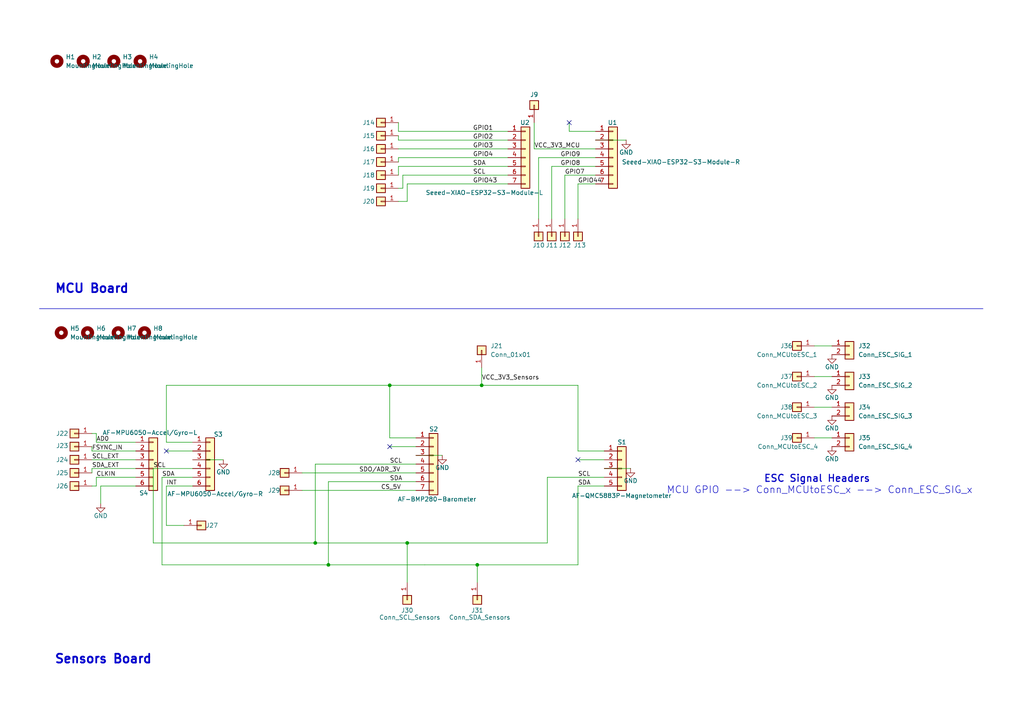
<source format=kicad_sch>
(kicad_sch (version 20250114) (generator "eeschema") (generator_version "9.0")
  (paper "A4")
  (lib_symbols
    (symbol "Connector_Generic:Conn_01x01" (pin_names (offset 1.016) (hide yes))
      (property "Reference" "J" (at 0 2.54 0))
      (property "Value" "Conn_01x01" (at 0 -2.54 0))
      (symbol "Conn_01x01_1_1"
        (rectangle (start -1.27 1.27) (end 1.27 -1.27) (stroke (width 0.254)) (fill (type background)))
        (rectangle (start -1.27 0.127) (end 0 -0.127) (stroke (width 0.1524)))
        (pin passive line (at -5.08 0 0) (length 3.81) (name "Pin_1") (number "1"))
      )
    )
    (symbol "Connector_Generic:Conn_01x02" (pin_names (offset 1.016) (hide yes))
      (property "Reference" "J" (at 0 2.54 0))
      (property "Value" "Conn_01x02" (at 0 -5.08 0))
      (symbol "Conn_01x02_1_1"
        (rectangle (start -1.27 1.27) (end 1.27 -3.81) (stroke (width 0.254)) (fill (type background)))
        (rectangle (start -1.27 0.127) (end 0 -0.127) (stroke (width 0.1524)))
        (rectangle (start -1.27 -2.413) (end 0 -2.667) (stroke (width 0.1524)))
        (pin passive line (at -5.08 0 0) (length 3.81) (name "Pin_1") (number "1"))
        (pin passive line (at -5.08 -2.54 0) (length 3.81) (name "Pin_2") (number "2"))
      )
    )
    (symbol "Connector_Generic:Conn_01x05" (pin_names (offset 1.016) (hide yes))
      (property "Reference" "J" (at 0 7.62 0))
      (property "Value" "Conn_01x05" (at 0 -7.62 0))
      (symbol "Conn_01x05_1_1"
        (rectangle (start -1.27 6.35) (end 1.27 -6.35) (stroke (width 0.254)) (fill (type background)))
        (rectangle (start -1.27 5.207) (end 0 4.953) (stroke (width 0.1524)))
        (rectangle (start -1.27 2.667) (end 0 2.413) (stroke (width 0.1524)))
        (rectangle (start -1.27 0.127) (end 0 -0.127) (stroke (width 0.1524)))
        (rectangle (start -1.27 -2.413) (end 0 -2.667) (stroke (width 0.1524)))
        (rectangle (start -1.27 -4.953) (end 0 -5.207) (stroke (width 0.1524)))
        (pin passive line (at -5.08 5.08 0) (length 3.81) (name "Pin_1") (number "1"))
        (pin passive line (at -5.08 2.54 0) (length 3.81) (name "Pin_2") (number "2"))
        (pin passive line (at -5.08 0 0) (length 3.81) (name "Pin_3") (number "3"))
        (pin passive line (at -5.08 -2.54 0) (length 3.81) (name "Pin_4") (number "4"))
        (pin passive line (at -5.08 -5.08 0) (length 3.81) (name "Pin_5") (number "5"))
      )
    )
    (symbol "Connector_Generic:Conn_01x06" (pin_names (offset 1.016) (hide yes))
      (property "Reference" "J" (at 0 7.62 0))
      (property "Value" "Conn_01x06" (at 0 -10.16 0))
      (symbol "Conn_01x06_1_1"
        (rectangle (start -1.27 6.35) (end 1.27 -8.89) (stroke (width 0.254)) (fill (type background)))
        (rectangle (start -1.27 5.207) (end 0 4.953) (stroke (width 0.1524)))
        (rectangle (start -1.27 2.667) (end 0 2.413) (stroke (width 0.1524)))
        (rectangle (start -1.27 0.127) (end 0 -0.127) (stroke (width 0.1524)))
        (rectangle (start -1.27 -2.413) (end 0 -2.667) (stroke (width 0.1524)))
        (rectangle (start -1.27 -4.953) (end 0 -5.207) (stroke (width 0.1524)))
        (rectangle (start -1.27 -7.493) (end 0 -7.747) (stroke (width 0.1524)))
        (pin passive line (at -5.08 5.08 0) (length 3.81) (name "Pin_1") (number "1"))
        (pin passive line (at -5.08 2.54 0) (length 3.81) (name "Pin_2") (number "2"))
        (pin passive line (at -5.08 0 0) (length 3.81) (name "Pin_3") (number "3"))
        (pin passive line (at -5.08 -2.54 0) (length 3.81) (name "Pin_4") (number "4"))
        (pin passive line (at -5.08 -5.08 0) (length 3.81) (name "Pin_5") (number "5"))
        (pin passive line (at -5.08 -7.62 0) (length 3.81) (name "Pin_6") (number "6"))
      )
    )
    (symbol "Connector_Generic:Conn_01x07" (pin_names (offset 1.016) (hide yes))
      (property "Reference" "J" (at 0 10.16 0))
      (property "Value" "Conn_01x07" (at 0 -10.16 0))
      (symbol "Conn_01x07_1_1"
        (rectangle (start -1.27 8.89) (end 1.27 -8.89) (stroke (width 0.254)) (fill (type background)))
        (rectangle (start -1.27 7.747) (end 0 7.493) (stroke (width 0.1524)))
        (rectangle (start -1.27 5.207) (end 0 4.953) (stroke (width 0.1524)))
        (rectangle (start -1.27 2.667) (end 0 2.413) (stroke (width 0.1524)))
        (rectangle (start -1.27 0.127) (end 0 -0.127) (stroke (width 0.1524)))
        (rectangle (start -1.27 -2.413) (end 0 -2.667) (stroke (width 0.1524)))
        (rectangle (start -1.27 -4.953) (end 0 -5.207) (stroke (width 0.1524)))
        (rectangle (start -1.27 -7.493) (end 0 -7.747) (stroke (width 0.1524)))
        (pin passive line (at -5.08 7.62 0) (length 3.81) (name "Pin_1") (number "1"))
        (pin passive line (at -5.08 5.08 0) (length 3.81) (name "Pin_2") (number "2"))
        (pin passive line (at -5.08 2.54 0) (length 3.81) (name "Pin_3") (number "3"))
        (pin passive line (at -5.08 0 0) (length 3.81) (name "Pin_4") (number "4"))
        (pin passive line (at -5.08 -2.54 0) (length 3.81) (name "Pin_5") (number "5"))
        (pin passive line (at -5.08 -5.08 0) (length 3.81) (name "Pin_6") (number "6"))
        (pin passive line (at -5.08 -7.62 0) (length 3.81) (name "Pin_7") (number "7"))
      )
    )
    (symbol "Mechanical:MountingHole" (pin_names (offset 1.016)) (in_bom no)
      (property "Reference" "H" (at 0 5.08 0))
      (property "Value" "MountingHole" (at 0 3.175 0))
      (symbol "MountingHole_0_1"
        (circle (center 0 0) (radius 1.27) (stroke (width 1.27)))
      )
    )
    (symbol "power:GND" (power) (pin_numbers (hide yes)) (pin_names (offset 0) (hide yes))
      (property "Value" "GND" (at 0 -3.81 0))
      (symbol "GND_0_1"
        (polyline (pts (xy 0 0) (xy 0 -1.27) (xy 1.27 -1.27) (xy 0 -2.54) (xy -1.27 -1.27) (xy 0 -1.27)))
      )
      (symbol "GND_1_1"
        (pin power_in line (at 0 0 270) (length 0) (name "~") (number "1"))
      )
    )
  )
  (text "Sensors Board" (at 29.972 191.262 0) (effects (font (size 2.54 2.54) (thickness 0.508) (bold yes))))
  (text "MCU Board" (at 26.67 83.82 0) (effects (font (size 2.54 2.54) (thickness 0.508) (bold yes))))
  (text "ESC Signal Headers\n" (at 236.982 138.938 0) (effects (font (size 2.032 2.032) (thickness 0.3175))))
  (text "MCU GPIO --> Conn_MCUtoESC_x --> Conn_ESC_SIG_x " (at 238.506 142.24 0) (effects (font (size 2.032 2.032))))
  (junction (at 139.7 111.76))
  (junction (at 113.03 111.76))
  (junction (at 118.11 157.48))
  (junction (at 91.44 157.48))
  (junction (at 95.25 163.83))
  (junction (at 138.43 163.83))
  (no_connect (at 165.1 35.56))
  (no_connect (at 113.03 129.54))
  (no_connect (at 167.64 133.35))
  (no_connect (at 48.26 130.81))
  (wire (pts (xy 158.75 138.43) (xy 158.75 157.48)) (stroke (width 0.1524)))
  (wire (pts (xy 167.64 140.97) (xy 167.64 163.83)) (stroke (width 0.1524)))
  (wire (pts (xy 55.88 130.81) (xy 48.26 130.81)) (stroke (width 0.1524)))
  (wire (pts (xy 87.63 137.16) (xy 120.65 137.16)) (stroke (width 0.1524)))
  (wire (pts (xy 167.64 53.34) (xy 167.64 63.5)) (stroke (width 0.1524)))
  (wire (pts (xy 175.26 140.97) (xy 167.64 140.97)) (stroke (width 0.1524)))
  (wire (pts (xy 113.03 111.76) (xy 113.03 127)) (stroke (width 0.1524)))
  (wire (pts (xy 115.57 40.64) (xy 147.32 40.64)) (stroke (width 0.1524)))
  (wire (pts (xy 165.1 38.1) (xy 165.1 35.56)) (stroke (width 0.1524)))
  (wire (pts (xy 46.99 163.83) (xy 95.25 163.83)) (stroke (width 0.1524)))
  (wire (pts (xy 115.57 46.99) (xy 115.57 45.72)))
  (wire (pts (xy 26.67 135.89) (xy 39.37 135.89)) (stroke (width 0.1524)))
  (wire (pts (xy 115.57 48.26) (xy 147.32 48.26)) (stroke (width 0.1524)))
  (wire (pts (xy 115.57 35.56) (xy 115.57 38.1)) (stroke (width 0.1524)))
  (wire (pts (xy 160.02 63.5) (xy 160.02 48.26)) (stroke (width 0.1524)))
  (wire (pts (xy 154.94 43.18) (xy 172.72 43.18)) (stroke (width 0.1524)))
  (wire (pts (xy 118.11 157.48) (xy 118.11 168.91)))
  (wire (pts (xy 39.37 140.97) (xy 29.21 140.97)) (stroke (width 0.1524)))
  (wire (pts (xy 115.57 43.18) (xy 147.32 43.18)) (stroke (width 0.1524)))
  (wire (pts (xy 118.11 53.34) (xy 118.11 58.42)) (stroke (width 0.1524)))
  (wire (pts (xy 44.45 135.89) (xy 44.45 157.48)) (stroke (width 0.1524)))
  (wire (pts (xy 46.99 138.43) (xy 46.99 163.83)) (stroke (width 0.1524)))
  (wire (pts (xy 138.43 163.83) (xy 138.43 168.91)))
  (wire (pts (xy 172.72 50.8) (xy 163.83 50.8)) (stroke (width 0.1524)))
  (wire (pts (xy 175.26 133.35) (xy 167.64 133.35)) (stroke (width 0.1524)))
  (wire (pts (xy 156.21 45.72) (xy 172.72 45.72)) (stroke (width 0.1524)))
  (wire (pts (xy 91.44 134.62) (xy 91.44 157.48)) (stroke (width 0.1524)))
  (wire (pts (xy 167.64 111.76) (xy 167.64 130.81)) (stroke (width 0.1524)))
  (wire (pts (xy 156.21 63.5) (xy 156.21 45.72)) (stroke (width 0.1524)))
  (wire (pts (xy 116.84 54.61) (xy 116.84 50.8)) (stroke (width 0.1524)))
  (wire (pts (xy 26.67 130.81) (xy 26.67 129.54)))
  (wire (pts (xy 172.72 38.1) (xy 165.1 38.1)) (stroke (width 0.1524)))
  (wire (pts (xy 115.57 54.61) (xy 116.84 54.61)) (stroke (width 0.1524)))
  (wire (pts (xy 48.26 111.76) (xy 113.03 111.76)) (stroke (width 0.1524)))
  (wire (pts (xy 120.65 129.54) (xy 113.03 129.54)) (stroke (width 0.1524)))
  (wire (pts (xy 116.84 50.8) (xy 147.32 50.8)) (stroke (width 0.1524)))
  (wire (pts (xy 139.7 111.76) (xy 167.64 111.76)) (stroke (width 0.1524)))
  (wire (pts (xy 175.26 135.89) (xy 182.88 135.89)) (stroke (width 0.1524)))
  (wire (pts (xy 123.19 163.83) (xy 138.43 163.83)))
  (wire (pts (xy 55.88 140.97) (xy 48.26 140.97)) (stroke (width 0.1524)))
  (wire (pts (xy 172.72 53.34) (xy 167.64 53.34)) (stroke (width 0.1524)))
  (wire (pts (xy 48.26 152.4) (xy 53.34 152.4)) (stroke (width 0.1524)))
  (wire (pts (xy 27.94 128.27) (xy 39.37 128.27)) (stroke (width 0.1524)))
  (wire (pts (xy 26.67 133.35) (xy 39.37 133.35)) (stroke (width 0.1524)))
  (wire (pts (xy 48.26 140.97) (xy 48.26 152.4)) (stroke (width 0.1524)))
  (wire (pts (xy 27.94 140.97) (xy 26.67 140.97)) (stroke (width 0.1524)))
  (wire (pts (xy 95.25 139.7) (xy 120.65 139.7)) (stroke (width 0.1524)))
  (wire (pts (xy 87.63 142.24) (xy 120.65 142.24)) (stroke (width 0.1524)))
  (wire (pts (xy 115.57 38.1) (xy 147.32 38.1)) (stroke (width 0.1524)))
  (wire (pts (xy 160.02 48.26) (xy 172.72 48.26)) (stroke (width 0.1524)))
  (wire (pts (xy 55.88 138.43) (xy 46.99 138.43)) (stroke (width 0.1524)))
  (wire (pts (xy 236.22 109.22) (xy 241.3 109.22)))
  (wire (pts (xy 138.43 163.83) (xy 167.64 163.83)) (stroke (width 0.1524)))
  (wire (pts (xy 26.67 137.16) (xy 26.67 135.89)))
  (wire (pts (xy 95.25 163.83) (xy 123.19 163.83)) (stroke (width 0.1524)))
  (wire (pts (xy 91.44 134.62) (xy 120.65 134.62)) (stroke (width 0.1524)))
  (wire (pts (xy 48.26 111.76) (xy 48.26 128.27)) (stroke (width 0.1524)))
  (wire (pts (xy 55.88 128.27) (xy 48.26 128.27)) (stroke (width 0.1524)))
  (wire (pts (xy 55.88 133.35) (xy 64.77 133.35)) (stroke (width 0.1524)))
  (wire (pts (xy 120.65 127) (xy 113.03 127)) (stroke (width 0.1524)))
  (wire (pts (xy 26.67 125.73) (xy 27.94 125.73)) (stroke (width 0.1524)))
  (wire (pts (xy 139.7 106.68) (xy 139.7 111.76)) (stroke (width 0.1524)))
  (wire (pts (xy 118.11 53.34) (xy 147.32 53.34)) (stroke (width 0.1524)))
  (wire (pts (xy 113.03 111.76) (xy 139.7 111.76)) (stroke (width 0.1524)))
  (polyline (pts (xy 11.43 89.535) (xy 285.115 89.535)))
  (wire (pts (xy 39.37 130.81) (xy 26.67 130.81)))
  (wire (pts (xy 158.75 138.43) (xy 175.26 138.43)) (stroke (width 0.1524)))
  (wire (pts (xy 175.26 130.81) (xy 167.64 130.81)) (stroke (width 0.1524)))
  (wire (pts (xy 236.22 127) (xy 241.3 127)))
  (wire (pts (xy 27.94 138.43) (xy 39.37 138.43)) (stroke (width 0.1524)))
  (wire (pts (xy 27.94 140.97) (xy 27.94 138.43)) (stroke (width 0.1524)))
  (wire (pts (xy 55.88 135.89) (xy 44.45 135.89)) (stroke (width 0.1524)))
  (wire (pts (xy 120.65 132.08) (xy 128.27 132.08)) (stroke (width 0.1524)))
  (wire (pts (xy 115.57 45.72) (xy 147.32 45.72)))
  (wire (pts (xy 118.11 157.48) (xy 158.75 157.48)) (stroke (width 0.1524)))
  (wire (pts (xy 29.21 140.97) (xy 29.21 146.05)) (stroke (width 0.1524)))
  (wire (pts (xy 163.83 50.8) (xy 163.83 63.5)) (stroke (width 0.1524)))
  (wire (pts (xy 236.22 118.11) (xy 241.3 118.11)))
  (wire (pts (xy 115.57 39.37) (xy 115.57 40.64)) (stroke (width 0.1524)))
  (wire (pts (xy 172.72 40.64) (xy 181.61 40.64)) (stroke (width 0.1524)))
  (wire (pts (xy 154.94 35.56) (xy 154.94 43.18)) (stroke (width 0.1524)))
  (wire (pts (xy 236.22 100.33) (xy 241.3 100.33)))
  (wire (pts (xy 91.44 157.48) (xy 118.11 157.48)) (stroke (width 0.1524)))
  (wire (pts (xy 115.57 50.8) (xy 115.57 48.26)) (stroke (width 0.1524)))
  (wire (pts (xy 44.45 157.48) (xy 91.44 157.48)) (stroke (width 0.1524)))
  (wire (pts (xy 118.11 58.42) (xy 115.57 58.42)) (stroke (width 0.1524)))
  (wire (pts (xy 27.94 125.73) (xy 27.94 128.27)) (stroke (width 0.1524)))
  (wire (pts (xy 95.25 139.7) (xy 95.25 163.83)) (stroke (width 0.1524)))
  (label "SCL" (at 113.03 134.62 0) (effects (font (size 1.2446 1.2446))))
  (label "SCL" (at 44.45 135.89 0) (effects (font (size 1.2446 1.2446))))
  (label "INT" (at 48.26 140.97 0) (effects (font (size 1.2446 1.2446))))
  (label "SCL_EXT" (at 26.67 133.35 0) (effects (font (size 1.2446 1.2446))))
  (label "GPIO3" (at 137.16 43.18 0))
  (label "GPIO44" (at 167.64 53.34 0) (effects (font (size 1.2446 1.2446))))
  (label "AD0" (at 27.94 128.27 0) (effects (font (size 1.2446 1.2446))))
  (label "GPIO4" (at 137.16 45.72 0))
  (label "SCL" (at 137.16 50.8 0))
  (label "CLKIN" (at 27.94 138.43 0) (effects (font (size 1.2446 1.2446))))
  (label "SDA_EXT" (at 26.67 135.89 0) (effects (font (size 1.2446 1.2446))))
  (label "FSYNC_IN" (at 26.67 130.81 0) (effects (font (size 1.2446 1.2446))))
  (label "GPIO1" (at 137.16 38.1 0))
  (label "VCC_3V3_Sensors" (at 139.7 110.49 0))
  (label "GPIO43" (at 137.16 53.34 0))
  (label "SDA" (at 167.64 140.97 0) (effects (font (size 1.2446 1.2446))))
  (label "GPIO9" (at 162.56 45.72 0) (effects (font (size 1.2446 1.2446))))
  (label "GPIO7" (at 163.83 50.8 0) (effects (font (size 1.2446 1.2446))))
  (label "SDA" (at 46.99 138.43 0) (effects (font (size 1.2446 1.2446))))
  (label "SDA" (at 137.16 48.26 0))
  (label "SCL" (at 167.64 138.43 0) (effects (font (size 1.2446 1.2446))))
  (label "SDA" (at 113.03 139.7 0) (effects (font (size 1.2446 1.2446))))
  (label "GPIO8" (at 162.56 48.26 0) (effects (font (size 1.2446 1.2446))))
  (label "GPIO2" (at 137.16 40.64 0))
  (label "CS_5V" (at 110.49 142.24 0) (effects (font (size 1.2446 1.2446))))
  (label "SDO/ADR_3V" (at 104.14 137.16 0) (effects (font (size 1.2446 1.2446))))
  (label "VCC_3V3_MCU" (at 154.94 43.18 0))
  (symbol (lib_id "Connector_Generic:Conn_01x01") (at 110.49 35.56 180) (unit 1)
    (property "Reference" "J14" (at 106.934 35.56 0))
    (property "Value" "Conn_01x01" (effects (hide yes)))
    (property "Footprint" "Connector_Wire:SolderWire-0.1sqmm_1x01_D0.4mm_OD1mm" (effects (hide yes)))
    (property "Description" "Generic connector, single row, 01x01, script generated (kicad-library-utils/schlib/autogen/connector/)" (effects (hide yes)))
  )
  (symbol (lib_id "Connector_Generic:Conn_01x02") (at 246.38 127 0) (unit 1)
    (property "Reference" "J35" (at 248.92 126.9999 0) (effects (justify left)))
    (property "Value" "Conn_ESC_SIG_4" (at 248.92 129.5399 0) (effects (justify left)))
    (property "Footprint" "Connector_Wire:SolderWire-0.1sqmm_1x02_P3.6mm_D0.4mm_OD1mm" (effects (hide yes)))
    (property "Description" "Generic connector, single row, 01x02, script generated (kicad-library-utils/schlib/autogen/connector/)" (effects (hide yes)))
  )
  (symbol (lib_id "Mechanical:MountingHole") (at 17.78 96.52 0) (unit 1) (in_bom no)
    (property "Reference" "H5" (at 20.32 95.2499 0) (effects (justify left)))
    (property "Value" "MountingHole" (at 20.32 97.7899 0) (effects (justify left)))
    (property "Footprint" "MountingHole:MountingHole_3.2mm_M3_ISO14580_Pad_TopOnly" (effects (hide yes)))
    (property "Description" "Mounting Hole without connection" (effects (hide yes)))
  )
  (symbol (lib_id "Connector_Generic:Conn_01x01") (at 138.43 173.99 270) (unit 1)
    (property "Reference" "J31" (at 138.43 177.038 90))
    (property "Value" "Conn_SDA_Sensors" (at 148.082 179.07 90) (effects (justify right)))
    (property "Footprint" "Connector_Wire:SolderWire-0.1sqmm_1x01_D0.4mm_OD1mm" (effects (hide yes)))
    (property "Description" "Generic connector, single row, 01x01, script generated (kicad-library-utils/schlib/autogen/connector/)" (effects (hide yes)))
  )
  (symbol (lib_id "power:GND") (at 241.3 111.76 0) (unit 1)
    (property "Reference" "#PWR013" (effects (hide yes)))
    (property "Value" "GND" (at 241.3 115.316 0))
    (property "Description" "Power symbol creates a global label with name \"GND\" , ground" (effects (hide yes)))
  )
  (symbol (lib_id "Connector_Generic:Conn_01x01") (at 21.59 133.35 180) (unit 1)
    (property "Reference" "J24" (at 18.034 133.35 0))
    (property "Value" "Conn_01x01" (effects (hide yes)))
    (property "Footprint" "Connector_Wire:SolderWire-0.1sqmm_1x01_D0.4mm_OD1mm" (effects (hide yes)))
    (property "Description" "Generic connector, single row, 01x01, script generated (kicad-library-utils/schlib/autogen/connector/)" (effects (hide yes)))
  )
  (symbol (lib_id "Connector_Generic:Conn_01x01") (at 110.49 46.99 180) (unit 1)
    (property "Reference" "J17" (at 106.934 46.99 0))
    (property "Value" "Conn_01x01" (effects (hide yes)))
    (property "Footprint" "Connector_Wire:SolderWire-0.1sqmm_1x01_D0.4mm_OD1mm" (effects (hide yes)))
    (property "Description" "Generic connector, single row, 01x01, script generated (kicad-library-utils/schlib/autogen/connector/)" (effects (hide yes)))
  )
  (symbol (lib_id "Connector_Generic:Conn_01x02") (at 246.38 109.22 0) (unit 1)
    (property "Reference" "J33" (at 248.92 109.2199 0) (effects (justify left)))
    (property "Value" "Conn_ESC_SIG_2" (at 248.92 111.7599 0) (effects (justify left)))
    (property "Footprint" "Connector_Wire:SolderWire-0.1sqmm_1x02_P3.6mm_D0.4mm_OD1mm" (effects (hide yes)))
    (property "Description" "Generic connector, single row, 01x02, script generated (kicad-library-utils/schlib/autogen/connector/)" (effects (hide yes)))
  )
  (symbol (lib_id "Connector_Generic:Conn_01x01") (at 231.14 127 180) (unit 1)
    (property "Reference" "J39" (at 228.092 127 0))
    (property "Value" "Conn_MCUtoESC_4" (at 219.71 129.54 0) (effects (justify right)))
    (property "Footprint" "Connector_Wire:SolderWire-0.1sqmm_1x01_D0.4mm_OD1mm" (effects (hide yes)))
    (property "Description" "Generic connector, single row, 01x01, script generated (kicad-library-utils/schlib/autogen/connector/)" (effects (hide yes)))
  )
  (symbol (lib_id "Mechanical:MountingHole") (at 34.29 96.52 0) (unit 1) (in_bom no)
    (property "Reference" "H7" (at 36.83 95.2499 0) (effects (justify left)))
    (property "Value" "MountingHole" (at 36.83 97.7899 0) (effects (justify left)))
    (property "Footprint" "MountingHole:MountingHole_3.2mm_M3_ISO14580_Pad_TopOnly" (effects (hide yes)))
    (property "Description" "Mounting Hole without connection" (effects (hide yes)))
  )
  (symbol (lib_id "Connector_Generic:Conn_01x01") (at 139.7 101.6 90) (unit 1)
    (property "Reference" "J21" (at 142.24 100.3299 90) (effects (justify right)))
    (property "Value" "Conn_01x01" (at 142.24 102.8699 90) (effects (justify right)))
    (property "Footprint" "Connector_Wire:SolderWire-0.1sqmm_1x01_D0.4mm_OD1mm" (effects (hide yes)))
    (property "Description" "Generic connector, single row, 01x01, script generated (kicad-library-utils/schlib/autogen/connector/)" (effects (hide yes)))
  )
  (symbol (lib_id "Connector_Generic:Conn_01x01") (at 82.55 142.24 180) (unit 1)
    (property "Reference" "J29" (at 79.502 142.24 0))
    (property "Value" "Conn_01x01" (effects (hide yes)))
    (property "Footprint" "Connector_Wire:SolderWire-0.1sqmm_1x01_D0.4mm_OD1mm" (effects (hide yes)))
    (property "Description" "Generic connector, single row, 01x01, script generated (kicad-library-utils/schlib/autogen/connector/)" (effects (hide yes)))
  )
  (symbol (lib_id "Connector_Generic:Conn_01x01") (at 21.59 125.73 180) (unit 1)
    (property "Reference" "J22" (at 18.034 125.73 0))
    (property "Value" "Conn_01x01" (effects (hide yes)))
    (property "Footprint" "Connector_Wire:SolderWire-0.1sqmm_1x01_D0.4mm_OD1mm" (effects (hide yes)))
    (property "Description" "Generic connector, single row, 01x01, script generated (kicad-library-utils/schlib/autogen/connector/)" (effects (hide yes)))
  )
  (symbol (lib_id "Connector_Generic:Conn_01x02") (at 246.38 100.33 0) (unit 1)
    (property "Reference" "J32" (at 248.92 100.3299 0) (effects (justify left)))
    (property "Value" "Conn_ESC_SIG_1" (at 248.92 102.8699 0) (effects (justify left)))
    (property "Footprint" "Connector_Wire:SolderWire-0.1sqmm_1x02_P3.6mm_D0.4mm_OD1mm" (effects (hide yes)))
    (property "Description" "Generic connector, single row, 01x02, script generated (kicad-library-utils/schlib/autogen/connector/)" (effects (hide yes)))
  )
  (symbol (lib_id "Mechanical:MountingHole") (at 24.13 17.78 0) (unit 1) (in_bom no)
    (property "Reference" "H2" (at 26.67 16.5099 0) (effects (justify left)))
    (property "Value" "MountingHole" (at 26.67 19.0499 0) (effects (justify left)))
    (property "Footprint" "MountingHole:MountingHole_3.2mm_M3_ISO14580_Pad_TopOnly" (effects (hide yes)))
    (property "Description" "Mounting Hole without connection" (effects (hide yes)))
  )
  (symbol (lib_id "power:GND") (at 241.3 102.87 0) (unit 1)
    (property "Reference" "#PWR014" (effects (hide yes)))
    (property "Value" "GND" (at 241.3 106.426 0))
    (property "Description" "Power symbol creates a global label with name \"GND\" , ground" (effects (hide yes)))
  )
  (symbol (lib_id "power:GND") (at 29.21 146.05 0) (unit 1)
    (property "Reference" "#PWR015" (effects (hide yes)))
    (property "Value" "GND" (at 29.21 149.606 0))
    (property "Description" "Power symbol creates a global label with name \"GND\" , ground" (effects (hide yes)))
  )
  (symbol (lib_id "Connector_Generic:Conn_01x07") (at 177.8 45.72 0) (unit 1)
    (property "Reference" "U1" (at 176.276 35.56 0) (effects (justify left)))
    (property "Value" "Seeed-XIAO-ESP32-S3-Module-R" (at 180.34 46.9899 0) (effects (justify left)))
    (property "Footprint" "Connector_PinSocket_2.54mm:PinSocket_1x07_P2.54mm_Vertical" (effects (hide yes)))
    (property "Description" "Generic connector, single row, 01x07, script generated (kicad-library-utils/schlib/autogen/connector/)" (effects (hide yes)))
  )
  (symbol (lib_id "power:GND") (at 182.88 135.89 0) (unit 1)
    (property "Reference" "#PWR04" (effects (hide yes)))
    (property "Value" "GND" (at 182.88 139.446 0))
    (property "Description" "Power symbol creates a global label with name \"GND\" , ground" (effects (hide yes)))
  )
  (symbol (lib_id "power:GND") (at 241.3 120.65 0) (unit 1)
    (property "Reference" "#PWR012" (effects (hide yes)))
    (property "Value" "GND" (at 241.3 124.206 0))
    (property "Description" "Power symbol creates a global label with name \"GND\" , ground" (effects (hide yes)))
  )
  (symbol (lib_id "Connector_Generic:Conn_01x01") (at 21.59 129.54 180) (unit 1)
    (property "Reference" "J23" (at 18.034 129.286 0))
    (property "Value" "Conn_01x01" (effects (hide yes)))
    (property "Footprint" "Connector_Wire:SolderWire-0.1sqmm_1x01_D0.4mm_OD1mm" (effects (hide yes)))
    (property "Description" "Generic connector, single row, 01x01, script generated (kicad-library-utils/schlib/autogen/connector/)" (effects (hide yes)))
  )
  (symbol (lib_id "Mechanical:MountingHole") (at 41.91 96.52 0) (unit 1) (in_bom no)
    (property "Reference" "H8" (at 44.45 95.2499 0) (effects (justify left)))
    (property "Value" "MountingHole" (at 44.45 97.7899 0) (effects (justify left)))
    (property "Footprint" "MountingHole:MountingHole_3.2mm_M3_ISO14580_Pad_TopOnly" (effects (hide yes)))
    (property "Description" "Mounting Hole without connection" (effects (hide yes)))
  )
  (symbol (lib_id "Connector_Generic:Conn_01x01") (at 231.14 109.22 180) (unit 1)
    (property "Reference" "J37" (at 228.092 109.22 0))
    (property "Value" "Conn_MCUtoESC_2" (at 219.456 111.76 0) (effects (justify right)))
    (property "Footprint" "Connector_Wire:SolderWire-0.1sqmm_1x01_D0.4mm_OD1mm" (effects (hide yes)))
    (property "Description" "Generic connector, single row, 01x01, script generated (kicad-library-utils/schlib/autogen/connector/)" (effects (hide yes)))
  )
  (symbol (lib_id "Mechanical:MountingHole") (at 25.4 96.52 0) (unit 1) (in_bom no)
    (property "Reference" "H6" (at 27.94 95.2499 0) (effects (justify left)))
    (property "Value" "MountingHole" (at 27.94 97.7899 0) (effects (justify left)))
    (property "Footprint" "MountingHole:MountingHole_3.2mm_M3_ISO14580_Pad_TopOnly" (effects (hide yes)))
    (property "Description" "Mounting Hole without connection" (effects (hide yes)))
  )
  (symbol (lib_id "Mechanical:MountingHole") (at 33.02 17.78 0) (unit 1) (in_bom no)
    (property "Reference" "H3" (at 35.56 16.5099 0) (effects (justify left)))
    (property "Value" "MountingHole" (at 35.56 19.0499 0) (effects (justify left)))
    (property "Footprint" "MountingHole:MountingHole_3.2mm_M3_ISO14580_Pad_TopOnly" (effects (hide yes)))
    (property "Description" "Mounting Hole without connection" (effects (hide yes)))
  )
  (symbol (lib_id "Connector_Generic:Conn_01x01") (at 118.11 173.99 270) (unit 1)
    (property "Reference" "J30" (at 118.11 177.038 90))
    (property "Value" "Conn_SCL_Sensors" (at 127.762 179.07 90) (effects (justify right)))
    (property "Footprint" "Connector_Wire:SolderWire-0.1sqmm_1x01_D0.4mm_OD1mm" (effects (hide yes)))
    (property "Description" "Generic connector, single row, 01x01, script generated (kicad-library-utils/schlib/autogen/connector/)" (effects (hide yes)))
  )
  (symbol (lib_id "Connector_Generic:Conn_01x01") (at 154.94 30.48 90) (unit 1)
    (property "Reference" "J9" (at 154.94 27.432 90))
    (property "Value" "Conn_01x01" (effects (hide yes)))
    (property "Footprint" "Connector_Wire:SolderWire-0.1sqmm_1x01_D0.4mm_OD1mm" (effects (hide yes)))
    (property "Description" "Generic connector, single row, 01x01, script generated (kicad-library-utils/schlib/autogen/connector/)" (effects (hide yes)))
  )
  (symbol (lib_id "Connector_Generic:Conn_01x06") (at 60.96 133.35 0) (unit 1)
    (property "Reference" "S3" (at 61.976 125.984 0) (effects (justify left)))
    (property "Value" "AF-MPU6050-Accel/Gyro-R" (at 48.514 143.256 0) (effects (justify left)))
    (property "Footprint" "Connector_PinSocket_2.54mm:PinSocket_1x06_P2.54mm_Vertical" (effects (hide yes)))
    (property "Description" "Generic connector, single row, 01x06, script generated (kicad-library-utils/schlib/autogen/connector/)" (effects (hide yes)))
  )
  (symbol (lib_id "Connector_Generic:Conn_01x01") (at 110.49 54.61 180) (unit 1)
    (property "Reference" "J19" (at 106.934 54.61 0))
    (property "Value" "Conn_01x01" (effects (hide yes)))
    (property "Footprint" "Connector_Wire:SolderWire-0.1sqmm_1x01_D0.4mm_OD1mm" (effects (hide yes)))
    (property "Description" "Generic connector, single row, 01x01, script generated (kicad-library-utils/schlib/autogen/connector/)" (effects (hide yes)))
  )
  (symbol (lib_id "Connector_Generic:Conn_01x01") (at 58.42 152.4 0) (unit 1)
    (property "Reference" "J27" (at 61.468 152.4 0))
    (property "Value" "Conn_01x01" (effects (hide yes)))
    (property "Footprint" "Connector_Wire:SolderWire-0.1sqmm_1x01_D0.4mm_OD1mm" (effects (hide yes)))
    (property "Description" "Generic connector, single row, 01x01, script generated (kicad-library-utils/schlib/autogen/connector/)" (effects (hide yes)))
  )
  (symbol (lib_id "Connector_Generic:Conn_01x02") (at 246.38 118.11 0) (unit 1)
    (property "Reference" "J34" (at 248.92 118.1099 0) (effects (justify left)))
    (property "Value" "Conn_ESC_SIG_3" (at 248.92 120.6499 0) (effects (justify left)))
    (property "Footprint" "Connector_Wire:SolderWire-0.1sqmm_1x02_P3.6mm_D0.4mm_OD1mm" (effects (hide yes)))
    (property "Description" "Generic connector, single row, 01x02, script generated (kicad-library-utils/schlib/autogen/connector/)" (effects (hide yes)))
  )
  (symbol (lib_id "power:GND") (at 241.3 129.54 0) (unit 1)
    (property "Reference" "#PWR011" (effects (hide yes)))
    (property "Value" "GND" (at 241.3 133.096 0))
    (property "Description" "Power symbol creates a global label with name \"GND\" , ground" (effects (hide yes)))
  )
  (symbol (lib_id "Connector_Generic:Conn_01x01") (at 110.49 50.8 180) (unit 1)
    (property "Reference" "J18" (at 106.934 50.8 0))
    (property "Value" "Conn_01x01" (effects (hide yes)))
    (property "Footprint" "Connector_Wire:SolderWire-0.1sqmm_1x01_D0.4mm_OD1mm" (effects (hide yes)))
    (property "Description" "Generic connector, single row, 01x01, script generated (kicad-library-utils/schlib/autogen/connector/)" (effects (hide yes)))
  )
  (symbol (lib_id "Mechanical:MountingHole") (at 40.64 17.78 0) (unit 1) (in_bom no)
    (property "Reference" "H4" (at 43.18 16.5099 0) (effects (justify left)))
    (property "Value" "MountingHole" (at 43.18 19.0499 0) (effects (justify left)))
    (property "Footprint" "MountingHole:MountingHole_3.2mm_M3_ISO14580_Pad_TopOnly" (effects (hide yes)))
    (property "Description" "Mounting Hole without connection" (effects (hide yes)))
  )
  (symbol (lib_id "Mechanical:MountingHole") (at 16.51 17.78 0) (unit 1) (in_bom no)
    (property "Reference" "H1" (at 19.05 16.5099 0) (effects (justify left)))
    (property "Value" "MountingHole" (at 19.05 19.0499 0) (effects (justify left)))
    (property "Footprint" "MountingHole:MountingHole_3.2mm_M3_ISO14580_Pad_TopOnly" (effects (hide yes)))
    (property "Description" "Mounting Hole without connection" (effects (hide yes)))
  )
  (symbol (lib_id "Connector_Generic:Conn_01x01") (at 156.21 68.58 270) (unit 1)
    (property "Reference" "J10" (at 154.432 71.12 90) (effects (justify left)))
    (property "Value" "GPIO9_TH" (effects (hide yes)))
    (property "Footprint" "Connector_Wire:SolderWire-0.1sqmm_1x01_D0.4mm_OD1mm" (effects (hide yes)))
    (property "Description" "Generic connector, single row, 01x01, script generated (kicad-library-utils/schlib/autogen/connector/)" (effects (hide yes)))
  )
  (symbol (lib_id "Connector_Generic:Conn_01x01") (at 82.55 137.16 180) (unit 1)
    (property "Reference" "J28" (at 79.502 137.16 0))
    (property "Value" "Conn_01x01" (effects (hide yes)))
    (property "Footprint" "Connector_Wire:SolderWire-0.1sqmm_1x01_D0.4mm_OD1mm" (effects (hide yes)))
    (property "Description" "Generic connector, single row, 01x01, script generated (kicad-library-utils/schlib/autogen/connector/)" (effects (hide yes)))
  )
  (symbol (lib_id "Connector_Generic:Conn_01x01") (at 231.14 100.33 180) (unit 1)
    (property "Reference" "J36" (at 228.092 100.33 0))
    (property "Value" "Conn_MCUtoESC_1" (at 219.456 102.87 0) (effects (justify right)))
    (property "Footprint" "Connector_Wire:SolderWire-0.1sqmm_1x01_D0.4mm_OD1mm" (effects (hide yes)))
    (property "Description" "Generic connector, single row, 01x01, script generated (kicad-library-utils/schlib/autogen/connector/)" (effects (hide yes)))
  )
  (symbol (lib_id "Connector_Generic:Conn_01x07") (at 125.73 134.62 0) (unit 1)
    (property "Reference" "S2" (at 124.46 124.46 0) (effects (justify left)))
    (property "Value" "AF-BMP280-Barometer" (at 115.316 144.78 0) (effects (justify left)))
    (property "Footprint" "Connector_PinSocket_2.54mm:PinSocket_1x07_P2.54mm_Vertical" (effects (hide yes)))
    (property "Description" "Generic connector, single row, 01x07, script generated (kicad-library-utils/schlib/autogen/connector/)" (effects (hide yes)))
  )
  (symbol (lib_id "Connector_Generic:Conn_01x01") (at 110.49 39.37 180) (unit 1)
    (property "Reference" "J15" (at 106.934 39.37 0))
    (property "Value" "Conn_01x01" (effects (hide yes)))
    (property "Footprint" "Connector_Wire:SolderWire-0.1sqmm_1x01_D0.4mm_OD1mm" (effects (hide yes)))
    (property "Description" "Generic connector, single row, 01x01, script generated (kicad-library-utils/schlib/autogen/connector/)" (effects (hide yes)))
  )
  (symbol (lib_id "Connector_Generic:Conn_01x01") (at 167.64 68.58 270) (unit 1)
    (property "Reference" "J13" (at 166.37 71.12 90) (effects (justify left)))
    (property "Value" "GPIO44 TH" (effects (hide yes)))
    (property "Footprint" "Connector_Wire:SolderWire-0.1sqmm_1x01_D0.4mm_OD1mm" (effects (hide yes)))
    (property "Description" "Generic connector, single row, 01x01, script generated (kicad-library-utils/schlib/autogen/connector/)" (effects (hide yes)))
  )
  (symbol (lib_id "power:GND") (at 128.27 132.08 0) (unit 1)
    (property "Reference" "#PWR03" (effects (hide yes)))
    (property "Value" "GND" (at 128.27 135.636 0))
    (property "Description" "Power symbol creates a global label with name \"GND\" , ground" (effects (hide yes)))
  )
  (symbol (lib_id "Connector_Generic:Conn_01x01") (at 21.59 137.16 180) (unit 1)
    (property "Reference" "J25" (at 18.034 137.16 0))
    (property "Value" "Conn_01x01" (effects (hide yes)))
    (property "Footprint" "Connector_Wire:SolderWire-0.1sqmm_1x01_D0.4mm_OD1mm" (effects (hide yes)))
    (property "Description" "Generic connector, single row, 01x01, script generated (kicad-library-utils/schlib/autogen/connector/)" (effects (hide yes)))
  )
  (symbol (lib_id "Connector_Generic:Conn_01x01") (at 160.02 68.58 270) (unit 1)
    (property "Reference" "J11" (at 158.242 71.12 90) (effects (justify left)))
    (property "Value" "GPIO8 TH" (effects (hide yes)))
    (property "Footprint" "Connector_Wire:SolderWire-0.1sqmm_1x01_D0.4mm_OD1mm" (effects (hide yes)))
    (property "Description" "Generic connector, single row, 01x01, script generated (kicad-library-utils/schlib/autogen/connector/)" (effects (hide yes)))
  )
  (symbol (lib_id "Connector_Generic:Conn_01x07") (at 152.4 45.72 0) (unit 1)
    (property "Reference" "U2" (at 150.876 35.56 0) (effects (justify left)))
    (property "Value" "Seeed-XIAO-ESP32-S3-Module-L" (at 123.444 55.88 0) (effects (justify left)))
    (property "Footprint" "Connector_PinSocket_2.54mm:PinSocket_1x07_P2.54mm_Vertical" (effects (hide yes)))
    (property "Description" "Generic connector, single row, 01x07, script generated (kicad-library-utils/schlib/autogen/connector/)" (effects (hide yes)))
  )
  (symbol (lib_id "power:GND") (at 64.77 133.35 0) (unit 1)
    (property "Reference" "#PWR02" (effects (hide yes)))
    (property "Value" "GND" (at 64.77 136.906 0))
    (property "Description" "Power symbol creates a global label with name \"GND\" , ground" (effects (hide yes)))
  )
  (symbol (lib_id "Connector_Generic:Conn_01x06") (at 44.45 133.35 0) (unit 1)
    (property "Reference" "S4" (at 40.386 143.002 0) (effects (justify left)))
    (property "Value" "AF-MPU6050-Accel/Gyro-L" (at 29.718 125.476 0) (effects (justify left)))
    (property "Footprint" "Connector_PinSocket_2.54mm:PinSocket_1x06_P2.54mm_Vertical" (effects (hide yes)))
    (property "Description" "Generic connector, single row, 01x06, script generated (kicad-library-utils/schlib/autogen/connector/)" (effects (hide yes)))
  )
  (symbol (lib_id "Connector_Generic:Conn_01x01") (at 231.14 118.11 180) (unit 1)
    (property "Reference" "J38" (at 228.092 118.11 0))
    (property "Value" "Conn_MCUtoESC_3" (at 219.456 120.65 0) (effects (justify right)))
    (property "Footprint" "Connector_Wire:SolderWire-0.1sqmm_1x01_D0.4mm_OD1mm" (effects (hide yes)))
    (property "Description" "Generic connector, single row, 01x01, script generated (kicad-library-utils/schlib/autogen/connector/)" (effects (hide yes)))
  )
  (symbol (lib_id "Connector_Generic:Conn_01x01") (at 110.49 58.42 180) (unit 1)
    (property "Reference" "J20" (at 106.934 58.42 0))
    (property "Value" "Conn_01x01" (effects (hide yes)))
    (property "Footprint" "Connector_Wire:SolderWire-0.1sqmm_1x01_D0.4mm_OD1mm" (effects (hide yes)))
    (property "Description" "Generic connector, single row, 01x01, script generated (kicad-library-utils/schlib/autogen/connector/)" (effects (hide yes)))
  )
  (symbol (lib_id "Connector_Generic:Conn_01x05") (at 180.34 135.89 0) (unit 1)
    (property "Reference" "S1" (at 179.07 128.27 0) (effects (justify left)))
    (property "Value" "AF-QMC5883P-Magnetometer" (at 165.862 143.764 0) (effects (justify left)))
    (property "Footprint" "Connector_PinSocket_2.54mm:PinSocket_1x04_P2.54mm_Vertical" (effects (hide yes)))
    (property "Description" "Generic connector, single row, 01x05, script generated (kicad-library-utils/schlib/autogen/connector/)" (effects (hide yes)))
  )
  (symbol (lib_id "Connector_Generic:Conn_01x01") (at 110.49 43.18 180) (unit 1)
    (property "Reference" "J16" (at 106.934 43.18 0))
    (property "Value" "Conn_01x01" (effects (hide yes)))
    (property "Footprint" "Connector_Wire:SolderWire-0.1sqmm_1x01_D0.4mm_OD1mm" (effects (hide yes)))
    (property "Description" "Generic connector, single row, 01x01, script generated (kicad-library-utils/schlib/autogen/connector/)" (effects (hide yes)))
  )
  (symbol (lib_id "Connector_Generic:Conn_01x01") (at 21.59 140.97 180) (unit 1)
    (property "Reference" "J26" (at 18.034 140.97 0))
    (property "Value" "Conn_01x01" (effects (hide yes)))
    (property "Footprint" "Connector_Wire:SolderWire-0.1sqmm_1x01_D0.4mm_OD1mm" (effects (hide yes)))
    (property "Description" "Generic connector, single row, 01x01, script generated (kicad-library-utils/schlib/autogen/connector/)" (effects (hide yes)))
  )
  (symbol (lib_id "power:GND") (at 181.61 40.64 0) (unit 1)
    (property "Reference" "#PWR05" (effects (hide yes)))
    (property "Value" "GND" (at 181.61 44.196 0))
    (property "Description" "Power symbol creates a global label with name \"GND\" , ground" (effects (hide yes)))
  )
  (symbol (lib_id "Connector_Generic:Conn_01x01") (at 163.83 68.58 270) (unit 1)
    (property "Reference" "J12" (at 162.052 71.12 90) (effects (justify left)))
    (property "Value" "GPIO7 TH" (effects (hide yes)))
    (property "Footprint" "Connector_Wire:SolderWire-0.1sqmm_1x01_D0.4mm_OD1mm" (effects (hide yes)))
    (property "Description" "Generic connector, single row, 01x01, script generated (kicad-library-utils/schlib/autogen/connector/)" (effects (hide yes)))
  )
)
</source>
